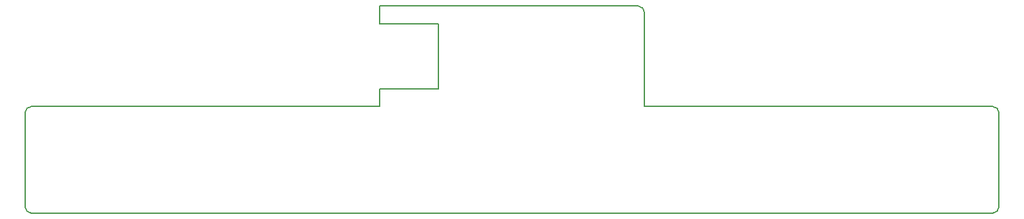
<source format=gm1>
%FSLAX44Y44*%
%MOMM*%
G71*
G01*
G75*
G04 Layer_Color=16711935*
%ADD10R,1.8000X1.1500*%
%ADD11R,3.6000X1.2000*%
%ADD12R,0.9000X0.8000*%
G04:AMPARAMS|DCode=13|XSize=0.9mm|YSize=0.8mm|CornerRadius=0mm|HoleSize=0mm|Usage=FLASHONLY|Rotation=225.000|XOffset=0mm|YOffset=0mm|HoleType=Round|Shape=Rectangle|*
%AMROTATEDRECTD13*
4,1,4,0.0354,0.6010,0.6010,0.0354,-0.0354,-0.6010,-0.6010,-0.0354,0.0354,0.6010,0.0*
%
%ADD13ROTATEDRECTD13*%

%ADD14O,0.8500X0.2500*%
%ADD15O,0.2500X0.8500*%
%ADD16R,5.1500X5.1500*%
%ADD17R,0.6200X0.6200*%
%ADD18R,0.6200X0.6200*%
%ADD19C,0.1714*%
G04:AMPARAMS|DCode=20|XSize=0.65mm|YSize=0.55mm|CornerRadius=0mm|HoleSize=0mm|Usage=FLASHONLY|Rotation=45.000|XOffset=0mm|YOffset=0mm|HoleType=Round|Shape=Rectangle|*
%AMROTATEDRECTD20*
4,1,4,-0.0354,-0.4243,-0.4243,-0.0354,0.0354,0.4243,0.4243,0.0354,-0.0354,-0.4243,0.0*
%
%ADD20ROTATEDRECTD20*%

G04:AMPARAMS|DCode=21|XSize=0.65mm|YSize=0.55mm|CornerRadius=0mm|HoleSize=0mm|Usage=FLASHONLY|Rotation=315.000|XOffset=0mm|YOffset=0mm|HoleType=Round|Shape=Rectangle|*
%AMROTATEDRECTD21*
4,1,4,-0.4243,0.0354,-0.0354,0.4243,0.4243,-0.0354,0.0354,-0.4243,-0.4243,0.0354,0.0*
%
%ADD21ROTATEDRECTD21*%

%ADD22C,1.5000*%
%ADD23R,0.6500X0.5500*%
%ADD24R,0.4600X0.4200*%
%ADD25R,0.4500X0.6500*%
%ADD26R,0.4500X0.7000*%
%ADD27R,0.6500X0.4500*%
%ADD28R,0.7000X0.4500*%
%ADD29R,0.4500X0.4500*%
%ADD30R,0.5500X0.6500*%
%ADD31R,0.3300X0.5500*%
%ADD32R,0.5500X0.3300*%
%ADD33R,0.1800X0.4700*%
%ADD34R,0.8000X0.3500*%
%ADD35R,0.3000X1.0000*%
%ADD36R,0.6000X1.0000*%
%ADD37R,0.6500X0.7500*%
G04:AMPARAMS|DCode=38|XSize=0.42mm|YSize=0.46mm|CornerRadius=0mm|HoleSize=0mm|Usage=FLASHONLY|Rotation=135.000|XOffset=0mm|YOffset=0mm|HoleType=Round|Shape=Rectangle|*
%AMROTATEDRECTD38*
4,1,4,0.3111,0.0141,-0.0141,-0.3111,-0.3111,-0.0141,0.0141,0.3111,0.3111,0.0141,0.0*
%
%ADD38ROTATEDRECTD38*%

%ADD39R,0.4200X0.4600*%
%ADD40P,0.6364X4X270.0*%
%ADD41R,0.4500X0.4500*%
%ADD42P,0.8768X4X270.0*%
%ADD43P,0.8768X4X360.0*%
%ADD44P,0.6364X4X180.0*%
%ADD45R,1.2700X2.2000*%
%ADD46R,1.0000X0.9500*%
%ADD47R,0.8000X0.3000*%
%ADD48R,1.9000X1.1000*%
%ADD49R,0.3000X1.6000*%
%ADD50R,3.7000X2.4000*%
%ADD51R,1.1500X1.4500*%
%ADD52R,0.9000X1.0000*%
G04:AMPARAMS|DCode=53|XSize=1mm|YSize=0.9mm|CornerRadius=0mm|HoleSize=0mm|Usage=FLASHONLY|Rotation=45.000|XOffset=0mm|YOffset=0mm|HoleType=Round|Shape=Rectangle|*
%AMROTATEDRECTD53*
4,1,4,-0.0354,-0.6717,-0.6717,-0.0354,0.0354,0.6717,0.6717,0.0354,-0.0354,-0.6717,0.0*
%
%ADD53ROTATEDRECTD53*%

G04:AMPARAMS|DCode=54|XSize=2.2mm|YSize=1.27mm|CornerRadius=0mm|HoleSize=0mm|Usage=FLASHONLY|Rotation=135.000|XOffset=0mm|YOffset=0mm|HoleType=Round|Shape=Rectangle|*
%AMROTATEDRECTD54*
4,1,4,1.2268,-0.3288,0.3288,-1.2268,-1.2268,0.3288,-0.3288,1.2268,1.2268,-0.3288,0.0*
%
%ADD54ROTATEDRECTD54*%

G04:AMPARAMS|DCode=55|XSize=1mm|YSize=0.9mm|CornerRadius=0mm|HoleSize=0mm|Usage=FLASHONLY|Rotation=135.000|XOffset=0mm|YOffset=0mm|HoleType=Round|Shape=Rectangle|*
%AMROTATEDRECTD55*
4,1,4,0.6717,-0.0354,0.0354,-0.6717,-0.6717,0.0354,-0.0354,0.6717,0.6717,-0.0354,0.0*
%
%ADD55ROTATEDRECTD55*%

G04:AMPARAMS|DCode=56|XSize=0.25mm|YSize=0.8mm|CornerRadius=0mm|HoleSize=0mm|Usage=FLASHONLY|Rotation=315.000|XOffset=0mm|YOffset=0mm|HoleType=Round|Shape=Round|*
%AMOVALD56*
21,1,0.5500,0.2500,0.0000,0.0000,45.0*
1,1,0.2500,-0.1945,-0.1945*
1,1,0.2500,0.1945,0.1945*
%
%ADD56OVALD56*%

G04:AMPARAMS|DCode=57|XSize=0.25mm|YSize=0.8mm|CornerRadius=0mm|HoleSize=0mm|Usage=FLASHONLY|Rotation=225.000|XOffset=0mm|YOffset=0mm|HoleType=Round|Shape=Round|*
%AMOVALD57*
21,1,0.5500,0.2500,0.0000,0.0000,315.0*
1,1,0.2500,-0.1945,0.1945*
1,1,0.2500,0.1945,-0.1945*
%
%ADD57OVALD57*%

%ADD58P,3.4648X4X270.0*%
%ADD59R,1.0000X0.9000*%
%ADD60R,0.2500X0.7000*%
%ADD61R,1.5500X0.8500*%
%ADD62R,0.2000X0.7500*%
%ADD63R,0.9600X0.8900*%
%ADD64R,1.0500X0.6500*%
%ADD65R,1.4500X1.1500*%
%ADD66R,0.7500X0.6500*%
%ADD67C,0.5000*%
%ADD68C,0.2000*%
%ADD69C,0.1270*%
%ADD70C,0.1000*%
%ADD71C,0.3000*%
%ADD72C,0.4000*%
%ADD73C,0.0762*%
%ADD74C,1.2000*%
%ADD75C,1.0000*%
%ADD76C,0.7500*%
%ADD77C,0.2500*%
%ADD78C,0.1250*%
%ADD79C,0.1524*%
%ADD80C,0.1800*%
%ADD81C,0.1500*%
%ADD82C,0.1520*%
%ADD83C,0.1750*%
%ADD84R,1.6000X0.8000*%
%ADD85R,1.3250X1.0500*%
%ADD86R,0.7976X0.7976*%
%ADD87R,0.8000X0.3000*%
%ADD88C,3.8000*%
%ADD89O,2.2500X1.2000*%
%ADD90O,2.8500X1.4500*%
%ADD91C,0.7500*%
%ADD92C,1.0000*%
%ADD93R,1.5000X1.5000*%
%ADD94C,0.3000*%
%ADD95C,0.2500*%
%ADD96C,0.6000*%
%ADD97O,2.0400X1.0000*%
%ADD98O,2.6500X1.2000*%
%ADD99C,0.8500*%
%ADD100C,1.3000*%
%ADD101C,1.2000*%
%ADD102C,0.4500*%
%ADD103C,0.4000*%
%ADD104R,0.8900X0.9600*%
%ADD105R,0.3600X0.3200*%
%ADD106R,0.3200X0.3600*%
%ADD107R,0.5200X0.5200*%
%ADD108R,0.5200X0.5200*%
%ADD109R,0.6250X0.6000*%
%ADD110R,1.8508X1.2008*%
%ADD111R,3.6508X1.2508*%
%ADD112R,0.9508X0.8508*%
G04:AMPARAMS|DCode=113|XSize=0.9508mm|YSize=0.8508mm|CornerRadius=0mm|HoleSize=0mm|Usage=FLASHONLY|Rotation=225.000|XOffset=0mm|YOffset=0mm|HoleType=Round|Shape=Rectangle|*
%AMROTATEDRECTD113*
4,1,4,0.0354,0.6370,0.6370,0.0354,-0.0354,-0.6370,-0.6370,-0.0354,0.0354,0.6370,0.0*
%
%ADD113ROTATEDRECTD113*%

%ADD114O,0.9008X0.3008*%
%ADD115O,0.3008X0.9008*%
%ADD116R,5.2008X5.2008*%
%ADD117R,0.6708X0.6708*%
%ADD118R,0.6708X0.6708*%
%ADD119C,0.2222*%
G04:AMPARAMS|DCode=120|XSize=0.7008mm|YSize=0.6008mm|CornerRadius=0mm|HoleSize=0mm|Usage=FLASHONLY|Rotation=45.000|XOffset=0mm|YOffset=0mm|HoleType=Round|Shape=Rectangle|*
%AMROTATEDRECTD120*
4,1,4,-0.0354,-0.4602,-0.4602,-0.0354,0.0354,0.4602,0.4602,0.0354,-0.0354,-0.4602,0.0*
%
%ADD120ROTATEDRECTD120*%

G04:AMPARAMS|DCode=121|XSize=0.7008mm|YSize=0.6008mm|CornerRadius=0mm|HoleSize=0mm|Usage=FLASHONLY|Rotation=315.000|XOffset=0mm|YOffset=0mm|HoleType=Round|Shape=Rectangle|*
%AMROTATEDRECTD121*
4,1,4,-0.4602,0.0354,-0.0354,0.4602,0.4602,-0.0354,0.0354,-0.4602,-0.4602,0.0354,0.0*
%
%ADD121ROTATEDRECTD121*%

%ADD122C,1.5508*%
%ADD123R,0.7008X0.6008*%
%ADD124R,0.5108X0.4708*%
%ADD125R,0.5008X0.7008*%
%ADD126R,0.5008X0.7508*%
%ADD127R,0.7008X0.5008*%
%ADD128R,0.7508X0.5008*%
%ADD129R,0.5008X0.5008*%
%ADD130R,0.6008X0.7008*%
%ADD131R,0.3808X0.6008*%
%ADD132R,0.6008X0.3808*%
%ADD133R,0.2308X0.5208*%
%ADD134R,0.8508X0.4008*%
%ADD135R,0.3508X1.0508*%
%ADD136R,0.6508X1.0508*%
%ADD137R,0.7008X0.8008*%
G04:AMPARAMS|DCode=138|XSize=0.4708mm|YSize=0.5108mm|CornerRadius=0mm|HoleSize=0mm|Usage=FLASHONLY|Rotation=135.000|XOffset=0mm|YOffset=0mm|HoleType=Round|Shape=Rectangle|*
%AMROTATEDRECTD138*
4,1,4,0.3471,0.0141,-0.0141,-0.3471,-0.3471,-0.0141,0.0141,0.3471,0.3471,0.0141,0.0*
%
%ADD138ROTATEDRECTD138*%

%ADD139R,0.4708X0.5108*%
%ADD140P,0.7082X4X270.0*%
%ADD141R,0.5008X0.5008*%
%ADD142P,0.9486X4X270.0*%
%ADD143P,0.9486X4X360.0*%
%ADD144P,0.7082X4X180.0*%
%ADD145R,1.3208X2.2508*%
%ADD146R,1.0508X1.0008*%
%ADD147R,0.8508X0.3508*%
%ADD148R,1.9508X1.1508*%
%ADD149R,0.3508X1.6508*%
%ADD150R,3.7508X2.4508*%
%ADD151R,1.2008X1.5008*%
%ADD152R,0.9508X1.0508*%
G04:AMPARAMS|DCode=153|XSize=1.0508mm|YSize=0.9508mm|CornerRadius=0mm|HoleSize=0mm|Usage=FLASHONLY|Rotation=45.000|XOffset=0mm|YOffset=0mm|HoleType=Round|Shape=Rectangle|*
%AMROTATEDRECTD153*
4,1,4,-0.0354,-0.7077,-0.7077,-0.0354,0.0354,0.7077,0.7077,0.0354,-0.0354,-0.7077,0.0*
%
%ADD153ROTATEDRECTD153*%

G04:AMPARAMS|DCode=154|XSize=2.2508mm|YSize=1.3208mm|CornerRadius=0mm|HoleSize=0mm|Usage=FLASHONLY|Rotation=135.000|XOffset=0mm|YOffset=0mm|HoleType=Round|Shape=Rectangle|*
%AMROTATEDRECTD154*
4,1,4,1.2628,-0.3288,0.3288,-1.2628,-1.2628,0.3288,-0.3288,1.2628,1.2628,-0.3288,0.0*
%
%ADD154ROTATEDRECTD154*%

G04:AMPARAMS|DCode=155|XSize=1.0508mm|YSize=0.9508mm|CornerRadius=0mm|HoleSize=0mm|Usage=FLASHONLY|Rotation=135.000|XOffset=0mm|YOffset=0mm|HoleType=Round|Shape=Rectangle|*
%AMROTATEDRECTD155*
4,1,4,0.7077,-0.0354,0.0354,-0.7077,-0.7077,0.0354,-0.0354,0.7077,0.7077,-0.0354,0.0*
%
%ADD155ROTATEDRECTD155*%

G04:AMPARAMS|DCode=156|XSize=0.3008mm|YSize=0.8508mm|CornerRadius=0mm|HoleSize=0mm|Usage=FLASHONLY|Rotation=315.000|XOffset=0mm|YOffset=0mm|HoleType=Round|Shape=Round|*
%AMOVALD156*
21,1,0.5500,0.3008,0.0000,0.0000,45.0*
1,1,0.3008,-0.1945,-0.1945*
1,1,0.3008,0.1945,0.1945*
%
%ADD156OVALD156*%

G04:AMPARAMS|DCode=157|XSize=0.3008mm|YSize=0.8508mm|CornerRadius=0mm|HoleSize=0mm|Usage=FLASHONLY|Rotation=225.000|XOffset=0mm|YOffset=0mm|HoleType=Round|Shape=Round|*
%AMOVALD157*
21,1,0.5500,0.3008,0.0000,0.0000,315.0*
1,1,0.3008,-0.1945,0.1945*
1,1,0.3008,0.1945,-0.1945*
%
%ADD157OVALD157*%

%ADD158P,3.5367X4X270.0*%
%ADD159R,1.0508X0.9508*%
%ADD160R,0.3008X0.7508*%
%ADD161R,1.6008X0.9008*%
%ADD162R,1.0108X0.9408*%
%ADD163R,1.1008X0.7008*%
%ADD164R,1.5008X1.2008*%
%ADD165R,0.8008X0.7008*%
%ADD166C,3.8508*%
%ADD167O,2.3008X1.2508*%
%ADD168O,2.9008X1.5008*%
%ADD169C,0.8008*%
%ADD170C,1.0508*%
%ADD171R,1.5508X1.5508*%
%ADD172R,0.9408X1.0108*%
%ADD173R,0.4108X0.3708*%
%ADD174R,0.3708X0.4108*%
%ADD175R,0.5708X0.5708*%
%ADD176R,0.5708X0.5708*%
D68*
X1277000Y132000D02*
G03*
X1269000Y140000I-8000J0D01*
G01*
Y0D02*
G03*
X1277000Y8000I0J8000D01*
G01*
X-0Y8000D02*
G03*
X8000Y0I8000J0D01*
G01*
X8000Y140000D02*
G03*
X0Y132000I0J-8000D01*
G01*
X812000Y264000D02*
G03*
X804000Y272000I-8000J0D01*
G01*
X541600Y163000D02*
Y249000D01*
X1277000Y8000D02*
Y132000D01*
X8000Y0D02*
X1269000D01*
X0Y8000D02*
Y132000D01*
X8000Y140000D02*
X465000D01*
Y163000D02*
X541600D01*
X465000Y140000D02*
Y163000D01*
Y249000D02*
X541600D01*
X465000Y272000D02*
X804000D01*
X465000Y249000D02*
Y272000D01*
X812000Y140000D02*
X1269000D01*
X812000D02*
Y264000D01*
M02*

</source>
